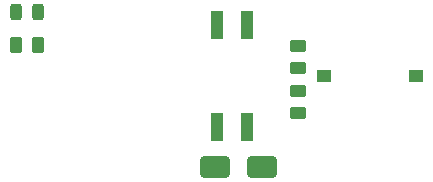
<source format=gbr>
%TF.GenerationSoftware,KiCad,Pcbnew,8.0.4*%
%TF.CreationDate,2024-09-17T16:59:45-03:00*%
%TF.ProjectId,Mini-C3,4d696e69-2d43-4332-9e6b-696361645f70,rev?*%
%TF.SameCoordinates,Original*%
%TF.FileFunction,Paste,Top*%
%TF.FilePolarity,Positive*%
%FSLAX46Y46*%
G04 Gerber Fmt 4.6, Leading zero omitted, Abs format (unit mm)*
G04 Created by KiCad (PCBNEW 8.0.4) date 2024-09-17 16:59:45*
%MOMM*%
%LPD*%
G01*
G04 APERTURE LIST*
G04 Aperture macros list*
%AMRoundRect*
0 Rectangle with rounded corners*
0 $1 Rounding radius*
0 $2 $3 $4 $5 $6 $7 $8 $9 X,Y pos of 4 corners*
0 Add a 4 corners polygon primitive as box body*
4,1,4,$2,$3,$4,$5,$6,$7,$8,$9,$2,$3,0*
0 Add four circle primitives for the rounded corners*
1,1,$1+$1,$2,$3*
1,1,$1+$1,$4,$5*
1,1,$1+$1,$6,$7*
1,1,$1+$1,$8,$9*
0 Add four rect primitives between the rounded corners*
20,1,$1+$1,$2,$3,$4,$5,0*
20,1,$1+$1,$4,$5,$6,$7,0*
20,1,$1+$1,$6,$7,$8,$9,0*
20,1,$1+$1,$8,$9,$2,$3,0*%
G04 Aperture macros list end*
%ADD10R,1.250000X1.000000*%
%ADD11RoundRect,0.250000X-1.000000X-0.650000X1.000000X-0.650000X1.000000X0.650000X-1.000000X0.650000X0*%
%ADD12RoundRect,0.250000X-0.450000X0.262500X-0.450000X-0.262500X0.450000X-0.262500X0.450000X0.262500X0*%
%ADD13RoundRect,0.250000X0.450000X-0.262500X0.450000X0.262500X-0.450000X0.262500X-0.450000X-0.262500X0*%
%ADD14RoundRect,0.250000X-0.262500X-0.450000X0.262500X-0.450000X0.262500X0.450000X-0.262500X0.450000X0*%
%ADD15RoundRect,0.243750X-0.243750X-0.456250X0.243750X-0.456250X0.243750X0.456250X-0.243750X0.456250X0*%
%ADD16R,1.120000X2.440000*%
G04 APERTURE END LIST*
D10*
%TO.C,SW2*%
X168075000Y-93400000D03*
X160325000Y-93400000D03*
%TD*%
D11*
%TO.C,D1*%
X151100000Y-101100000D03*
X155100000Y-101100000D03*
%TD*%
D12*
%TO.C,R2*%
X158100000Y-94687500D03*
X158100000Y-96512500D03*
%TD*%
D13*
%TO.C,R1*%
X158100000Y-92712500D03*
X158100000Y-90887500D03*
%TD*%
D14*
%TO.C,R13*%
X134266880Y-90750000D03*
X136091880Y-90750000D03*
%TD*%
D15*
%TO.C,D2*%
X134261880Y-87985940D03*
X136136880Y-87985940D03*
%TD*%
D16*
%TO.C,SW3*%
X153770000Y-89095000D03*
X151230000Y-89095000D03*
X151230000Y-97705000D03*
X153770000Y-97705000D03*
%TD*%
M02*

</source>
